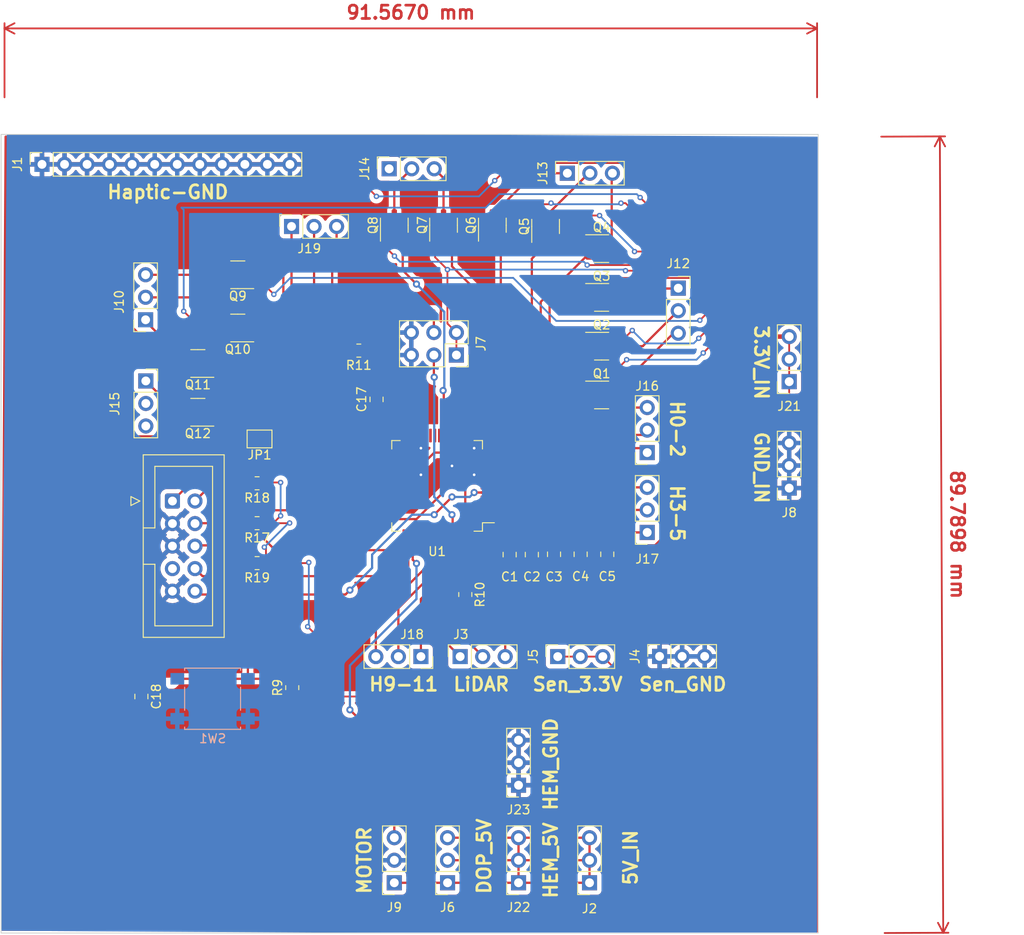
<source format=kicad_pcb>
(kicad_pcb (version 20221018) (generator pcbnew)
  (layers (0 "F.Cu" signal) (31 "B.Cu" signal) (34 "B.Paste" user) (35 "F.Paste" user) (36 "B.SilkS" user "B.Silkscreen") (37 "F.SilkS" user "F.Silkscreen") (38 "B.Mask" user) (39 "F.Mask" user) (44 "Edge.Cuts" user))
  (net 0 "")
  (net 1 "GND")
  (net 2 "+5V")
  (net 3 "+3.3V")
  (net 4 "/Vcap")
  (net 5 "/NRST")
  (net 6 "/I2C1_SCL")
  (net 7 "/I2C1_SDA")
  (net 8 "/Radar_Read")
  (net 9 "BOOT0")
  (net 10 "BOOT1")
  (net 11 "/bigmotor")
  (net 12 "/M10")
  (net 13 "/M9")
  (net 14 "/M8")
  (net 15 "/M2")
  (net 16 "/M1")
  (net 17 "/M0")
  (net 18 "/M5")
  (net 19 "/M4")
  (net 20 "/M3")
  (net 22 "/M7")
  (net 23 "/M6")
  (net 24 "/M11")
  (net 27 "/H4")
  (net 28 "/H8")
  (net 29 "/H7")
  (net 30 "/H10")
  (net 31 "/H5")
  (net 32 "/H6")
  (net 33 "/H0")
  (net 34 "/H9")
  (net 35 "/H11")
  (net 36 "/H3")
  (net 37 "/H2")
  (net 38 "/H1")
  (net 39 "Net-(J20-VTref)")
  (net 40 "/JTMS{slash}SWDIO")
  (net 41 "/JTCK{slash}SWCLK")
  (net 42 "/JTDO{slash}TRACESWO")
  (net 44 "/JTDI")
  (net 45 "/T0")
  (net 46 "/T1")
  (net 47 "/T2")
  (net 48 "/T3")
  (net 49 "/T4")
  (net 50 "/T5")
  (net 51 "/T6")
  (net 52 "/T7")
  (net 53 "/T8")
  (net 54 "/T9")
  (net 55 "/T10")
  (net 56 "/T11")
  (footprint "Connector_PinSocket_2.54mm:PinSocket_1x03_P2.54mm_Vertical" (layer "F.Cu") (at 176 56.96)
    (fp_text reference "J12")
    (fp_text value "Screw_Terminal_01x03")
  )
  (footprint "Connector_PinSocket_2.54mm:PinSocket_1x03_P2.54mm_Vertical" (layer "F.Cu") (at 144 124 180)
    (fp_text reference "J9")
    (fp_text value "Screw_Terminal_01x03")
  )
  (footprint "Resistor_SMD:R_0805_2012Metric_Pad1.20x1.40mm_HandSolder" (layer "F.Cu") (at 128.54 78.96 180)
    (fp_text reference "R18")
    (fp_text value "100k")
  )
  (footprint "Capacitor_SMD:C_0805_2012Metric_Pad1.18x1.45mm_HandSolder" (layer "F.Cu") (at 159.5 87 -90)
    (fp_text reference "C2")
    (fp_text value "100nF")
  )
  (footprint "Resistor_SMD:R_0805_2012Metric_Pad1.20x1.40mm_HandSolder" (layer "F.Cu") (at 128.54 87.96 180)
    (fp_text reference "R19")
    (fp_text value "100k")
  )
  (footprint "Capacitor_SMD:C_0805_2012Metric_Pad1.18x1.45mm_HandSolder" (layer "F.Cu") (at 168 86.9625 -90)
    (fp_text reference "C5")
    (fp_text value "4.7uF")
  )
  (footprint "Package_TO_SOT_SMD:SOT-23-3" (layer "F.Cu") (at 167.3625 52.5)
    (fp_text reference "Q4")
    (fp_text value "NMOS")
  )
  (footprint "Resistor_SMD:R_0805_2012Metric_Pad1.20x1.40mm_HandSolder" (layer "F.Cu") (at 152 91.5 -90)
    (fp_text reference "R10")
    (fp_text value "10k")
  )
  (footprint "Package_TO_SOT_SMD:SOT-23-3" (layer "F.Cu") (at 167.3625 63.5)
    (fp_text reference "Q2")
    (fp_text value "NMOS")
  )
  (footprint "Package_TO_SOT_SMD:SOT-23-3" (layer "F.Cu") (at 121.8625 70.95 180)
    (fp_text reference "Q12")
    (fp_text value "NMOS")
  )
  (footprint "Connector_PinSocket_2.54mm:PinSocket_2x03_P2.54mm_Vertical" (layer "F.Cu") (at 151 64.5 -90)
    (fp_text reference "J7")
    (fp_text value "Conn_02x03_Odd_Even")
  )
  (footprint "Connector_PinSocket_2.54mm:PinSocket_1x03_P2.54mm_Vertical" (layer "F.Cu") (at 172.5 75.5 180)
    (fp_text reference "J16")
    (fp_text value "Screw_Terminal_01x03")
  )
  (footprint "Package_QFP:LQFP-64_10x10mm_P0.5mm" (layer "F.Cu") (at 148.825 79.25 180)
    (fp_text reference "U1")
    (fp_text value "STM32F401RBTx")
  )
  (footprint "Package_TO_SOT_SMD:SOT-23-3" (layer "F.Cu") (at 144 49.8625 90)
    (fp_text reference "Q8")
    (fp_text value "NMOS")
  )
  (footprint "Capacitor_SMD:C_0805_2012Metric_Pad1.18x1.45mm_HandSolder" (layer "F.Cu") (at 162 86.9625 -90)
    (fp_text reference "C3")
    (fp_text value "100nF")
  )
  (footprint "Package_TO_SOT_SMD:SOT-23-3" (layer "F.Cu") (at 126.3625 61.45 180)
    (fp_text reference "Q10")
    (fp_text value "NMOS")
  )
  (footprint "Connector_PinSocket_2.54mm:PinSocket_1x03_P2.54mm_Vertical" (layer "F.Cu") (at 163.5 44 90)
    (fp_text reference "J13")
    (fp_text value "Screw_Terminal_01x03")
  )
  (footprint "Connector_PinSocket_2.54mm:PinSocket_1x03_P2.54mm_Vertical" (layer "F.Cu") (at 188.5 79.5 180)
    (fp_text reference "J8")
    (fp_text value "Screw_Terminal_01x03")
  )
  (footprint "Capacitor_SMD:C_0805_2012Metric_Pad1.18x1.45mm_HandSolder" (layer "F.Cu") (at 142 69.5 90)
    (fp_text reference "C17")
    (fp_text value "2.2uF")
  )
  (footprint "Connector_PinSocket_2.54mm:PinSocket_1x03_P2.54mm_Vertical" (layer "F.Cu") (at 162.42 98.5 90)
    (fp_text reference "J5")
    (fp_text value "Screw_Terminal_01x03")
  )
  (footprint "Package_TO_SOT_SMD:SOT-23-3" (layer "F.Cu") (at 126.3625 55.45 180)
    (fp_text reference "Q9")
    (fp_text value "NMOS")
  )
  (footprint "Jumper:SolderJumper-2_P1.3mm_Open_TrianglePad1.0x1.5mm" (layer "F.Cu") (at 128.815 73.96 180)
    (fp_text reference "JP1")
    (fp_text value "SolderJumper_2_Open")
  )
  (footprint "Connector_PinSocket_2.54mm:PinSocket_1x03_P2.54mm_Vertical" (layer "F.Cu") (at 132.42 50 90)
    (fp_text reference "J19")
    (fp_text value "Screw_Terminal_01x03")
  )
  (footprint "Resistor_SMD:R_0805_2012Metric_Pad1.20x1.40mm_HandSolder" (layer "F.Cu") (at 140 64 180)
    (fp_text reference "R11")
    (fp_text value "10k")
  )
  (footprint "Connector_PinSocket_2.54mm:PinSocket_1x03_P2.54mm_Vertical" (layer "F.Cu") (at 147 98.5 -90)
    (fp_text reference "J18")
    (fp_text value "Screw_Terminal_01x03")
  )
  (footprint "Package_TO_SOT_SMD:SOT-23-3" (layer "F.Cu") (at 121.8625 65.45 180)
    (fp_text reference "Q11")
    (fp_text value "NMOS")
  )
  (footprint "Resistor_SMD:R_0805_2012Metric_Pad1.20x1.40mm_HandSolder" (layer "F.Cu") (at 132.5 102 90)
    (fp_text reference "R9")
    (fp_text value "10k")
  )
  (footprint "Package_TO_SOT_SMD:SOT-23-3" (layer "F.Cu") (at 161.05 50 90)
    (fp_text reference "Q5")
    (fp_text value "NMOS")
  )
  (footprint "Connector_PinSocket_2.54mm:PinSocket_1x12_P2.54mm_Vertical" (layer "F.Cu") (at 104.3 43 90)
    (fp_text reference "J1")
    (fp_text value "Screw_Terminal_01x12")
  )
  (footprint "Capacitor_SMD:C_0805_2012Metric_Pad1.18x1.45mm_HandSolder" (layer "F.Cu") (at 115.5 103 -90)
    (fp_text reference "C18")
    (fp_text value "1uF")
  )
  (footprint "Connector_IDC:IDC-Header_2x05_P2.54mm_Vertical" (layer "F.Cu") (at 119 80.96)
    (fp_text reference "J20" hide)
    (fp_text value "Conn_ARM_JTAG_SWD_10")
  )
  (footprint "Capacitor_SMD:C_0805_2012Metric_Pad1.18x1.45mm_HandSolder" (layer "F.Cu") (at 165 86.9625 -90)
    (fp_text reference "C4")
    (fp_text value "100nF")
  )
  (footprint "Connector_PinSocket_2.54mm:PinSocket_1x03_P2.54mm_Vertical" (layer "F.Cu") (at 172.5 84.5 180)
    (fp_text reference "J17")
    (fp_text value "Screw_Terminal_01x03")
  )
  (footprint "Capacitor_SMD:C_0805_2012Metric_Pad1.18x1.45mm_HandSolder" (layer "F.Cu") (at 157 87 -90)
    (fp_text reference "C1")
    (fp_text value "100nF")
  )
  (footprint "Resistor_SMD:R_0805_2012Metric_Pad1.20x1.40mm_HandSolder" (layer "F.Cu") (at 128.54 83.46 180)
    (fp_text reference "R17")
    (fp_text value "100k")
  )
  (footprint "Package_TO_SOT_SMD:SOT-23-3" (layer "F.Cu") (at 149.55 49.8625 90)
    (fp_text reference "Q7")
    (fp_text value "NMOS")
  )
  (footprint "Connector_PinSocket_2.54mm:PinSocket_1x03_P2.54mm_Vertical" (layer "F.Cu") (at 115.975 60.525 180)
    (fp_text reference "J10")
    (fp_text value "Screw_Terminal_01x03")
  )
  (footprint "Package_TO_SOT_SMD:SOT-23-3" (layer "F.Cu") (at 167.3625 69)
    (fp_text reference "Q1")
    (fp_text value "NMOS")
  )
  (footprint "Package_TO_SOT_SMD:SOT-23-3" (layer "F.Cu") (at 167.3625 58)
    (fp_text reference "Q3")
    (fp_text value "NMOS")
  )
  (footprint "Connector_PinSocket_2.54mm:PinSocket_1x03_P2.54mm_Vertical" (layer "F.Cu") (at 158 113 180)
    (fp_text reference "J23")
    (fp_text value "Screw_Terminal_01x03")
  )
  (footprint "Connector_PinSocket_2.54mm:PinSocket_1x03_P2.54mm_Vertical" (layer "F.Cu") (at 166 124 180)
    (fp_text reference "J2")
    (fp_text value "Screw_Terminal_01x03")
  )
  (footprint "Connector_PinSocket_2.54mm:PinSocket_1x03_P2.54mm_Vertical" (layer "F.Cu") (at 116 67.42)
    (fp_text reference "J15")
    (fp_text value "Screw_Terminal_01x03")
  )
  (footprint "Connector_PinSocket_2.54mm:PinSocket_1x03_P2.54mm_Vertical" (layer "F.Cu") (at 143.42 43.5 90)
    (fp_text reference "J14")
    (fp_text value "Screw_Terminal_01x03")
  )
  (footprint "Connector_PinSocket_2.54mm:PinSocket_1x03_P2.54mm_Vertical" (layer "F.Cu") (at 150 124 180)
    (fp_text reference "J6")
    (fp_text value "Screw_Terminal_01x03")
  )
  (footprint "Connector_PinSocket_2.54mm:PinSocket_1x03_P2.54mm_Vertical" (layer "F.Cu") (at 173.895 98.475 90)
    (fp_text reference "J4")
    (fp_text value "Screw_Terminal_01x03")
  )
  (footprint "Package_TO_SOT_SMD:SOT-23-3" (layer "F.Cu") (at 155.05 49.8625 90)
    (fp_text reference "Q6")
    (fp_text value "NMOS")
  )
  (footprint "Connector_PinSocket_2.54mm:PinSocket_1x03_P2.54mm_Vertical" (layer "F.Cu") (at 188.5 67.5 180)
    (fp_text reference "J21")
    (fp_text value "Screw_Terminal_01x03")
  )
  (footprint "Connector_PinSocket_2.54mm:PinSocket_1x03_P2.54mm_Vertical" (layer "F.Cu") (at 158 124 180)
    (fp_text reference "J22")
    (fp_text value "Screw_Terminal_01x03")
  )
  (footprint "Connector_PinSocket_2.54mm:PinSocket_1x03_P2.54mm_Vertical" (layer "F.Cu") (at 151.42 98.5 90)
    (fp_text reference "J3")
    (fp_text value "Screw_Terminal_01x03")
  )
  (footprint "Button_Switch_SMD:SW_SPST_B3S-1000" (layer "B.Cu") (at 123.525 103.25)
    (fp_text reference "SW1")
    (fp_text value "SW_Push")
  )
  (gr_rect (start 99.695 39.624) (end 191.77 129.667) (stroke (width 0.1)) (fill none) (layer "Edge.Cuts"))
  (gr_text "H9-11" (at 141 102.5) (layer "F.SilkS") (effects (font (size 1.5 1.5) (thickness 0.3) bold) (justify left bottom)))
  (gr_text "Haptic-GND" (at 111.5 47) (layer "F.SilkS") (effects (font (size 1.5 1.5) (thickness 0.3) bold) (justify left bottom)))
  (gr_text "H3-5" (at 175 79 -90) (layer "F.SilkS") (effects (font (size 1.5 1.5) (thickness 0.3) bold) (justify left bottom)))
  (gr_text "Sen_GND" (at 171.42 102.5) (layer "F.SilkS") (effects (font (size 1.5 1.5) (thickness 0.3) bold) (justify left bottom)))
  (gr_text "DOP_5V\n" (at 155 125.42 90) (layer "F.SilkS") (effects (font (size 1.5 1.5) (thickness 0.3) bold) (justify left bottom)))
  (gr_text "GND_IN" (at 184.5 73 -90) (layer "F.SilkS") (effects (font (size 1.5 1.5) (thickness 0.3) bold) (justify left bottom)))
  (gr_text "H0-2" (at 175 69.5 -90) (layer "F.SilkS") (effects (font (size 1.5 1.5) (thickness 0.3) bold) (justify left bottom)))
  (gr_text "LiDAR" (at 150.5 102.5) (layer "F.SilkS") (effects (font (size 1.5 1.5) (thickness 0.3) bold) (justify left bottom)))
  (gr_text "3.3V_IN\n" (at 184.5 61 -90) (layer "F.SilkS") (effects (font (size 1.5 1.5) (thickness 0.3) bold) (justify left bottom)))
  (gr_text "MOTOR" (at 141.5 125.42 90) (layer "F.SilkS") (effects (font (size 1.5 1.5) (thickness 0.3) bold) (justify left bottom)))
  (gr_text "5V_IN" (at 171.5 124.42 90) (layer "F.SilkS") (effects (font (size 1.5 1.5) (thickness 0.3) bold) (justify left bottom)))
  (gr_text "HEM_5V" (at 162.5 125.92 90) (layer "F.SilkS") (effects (font (size 1.5 1.5) (thickness 0.3) bold) (justify left bottom)))
  (gr_text "HEM_GND" (at 162.5 116 90) (layer "F.SilkS") (effects (font (size 1.5 1.5) (thickness 0.3) bold) (justify left bottom)))
  (gr_text "Sen_3.3V" (at 159.42 102.5) (layer "F.SilkS") (effects (font (size 1.5 1.5) (thickness 0.3) bold) (justify left bottom)))
  (dimension (type aligned) (layer "F.Cu") (pts (xy 198.374 39.878) (xy 198.755 129.667)) (height -7.103454) (gr_text "89.7898 mm" (at 207.467874 84.73472 270.2431207) (layer "F.Cu") (effects (font (size 1.5 1.5) (thickness 0.3)))) (format (prefix "") (suffix "") (units 3) (units_format 1) (precision 4)) (style (thickness 0.2) (arrow_length 1.27) (text_position_mode 0) (extension_height 0.58642) (extension_offset 0.5) keep_text_aligned))
  (dimension (type aligned) (layer "F.Cu") (pts (xy 100.076 35.941) (xy 191.643 35.941)) (height -8.26788) (gr_text "91.5670 mm" (at 145.8595 25.87312) (layer "F.Cu") (effects (font (size 1.5 1.5) (thickness 0.3)))) (format (prefix "") (suffix "") (units 3) (units_format 1) (precision 4)) (style (thickness 0.2) (arrow_length 1.27) (text_position_mode 0) (extension_height 0.58642) (extension_offset 0.5) keep_text_aligned))
  (segment (start 147 78.5) (end 149 78.5) (width 0.25) (layer "F.Cu") (net 1))
  (segment (start 152.075 74.417764) (end 152.657236 75) (width 0.25) (layer "F.Cu") (net 1))
  (segment (start 118.0875 104.0375) (end 119.55 105.5) (width 0.25) (layer "F.Cu") (net 1))
  (segment (start 146.157236 75) (end 147 75) (width 0.25) (layer "F.Cu") (net 1))
  (segment (start 145.575 74.417764) (end 146.157236 75) (width 0.25) (layer "F.Cu") (net 1))
  (segment (start 152.657236 75) (end 153 75) (width 0.25) (layer "F.Cu") (net 1))
  (segment (start 152.075 84.925) (end 152.075 85.767764) (width 0.25) (layer "F.Cu") (net 1))
  (segment (start 147 79.492764) (end 147 78.5) (width 0.25) (layer "F.Cu") (net 1))
  (segment (start 154.344736 88.0375) (end 157 88.0375) (width 0.25) (layer "F.Cu") (net 1))
  (segment (start 152.075 73.575) (end 152.075 74.417764) (width 0.25) (layer "F.Cu") (net 1))
  (segment (start 149 78.5) (end 150.5 77) (width 0.25) (layer "F.Cu") (net 1))
  (segment (start 143.15 82.5) (end 143.992764 82.5) (width 0.25) (layer "F.Cu") (net 1))
  (segment (start 147 78.5) (end 147 78) (width 0.25) (layer "F.Cu") (net 1))
  (segment (start 154.5 77.5) (end 153.5 77.5) (width 0.25) (layer "F.Cu") (net 1))
  (segment (start 152.075 85.767764) (end 154.344736 88.0375) (width 0.25) (layer "F.Cu") (net 1))
  (segment (start 145.575 73.575) (end 145.575 74.417764) (width 0.25) (layer "F.Cu") (net 1))
  (segment (start 143.992764 82.5) (end 147 79.492764) (width 0.25) (layer "F.Cu") (net 1))
  (segment (start 153.5 77.5) (end 153 78) (width 0.25) (layer "F.Cu") (net 1))
  (segment (start 115.5 104.0375) (end 118.0875 104.0375) (width 0.25) (layer "F.Cu") (net 1))
  (via (at 147 78) (size 0.5) (drill 0.3) (layers "F.Cu" "B.Cu") (net 1))
  (via (at 153 78) (size 0.5) (drill 0.3) (layers "F.Cu" "B.Cu") (net 1))
  (via (at 150.5 77) (size 0.5) (drill 0.3) (layers "F.Cu" "B.Cu") (net 1))
  (via (at 153 75) (size 0.5) (drill 0.3) (layers "F.Cu" "B.Cu") (net 1))
  (via (at 147 75) (size 0.5) (drill 0.3) (layers "F.Cu" "B.Cu") (net 1))
  (segment (start 147 78) (end 147 75) (width 0.25) (layer "B.Cu") (net 1))
  (segment (start 151.5 76) (end 153 77.5) (width 0.25) (layer "B.Cu") (net 1))
  (segment (start 150.5 77) (end 151.5 76) (width 0.25) (layer "B.Cu") (net 1))
  (segment (start 151.5 76) (end 152.5 75) (width 0.25) (layer "B.Cu") (net 1))
  (segment (start 153 77.5) (end 153 78) (width 0.25) (layer "B.Cu") (net 1))
  (segment (start 152.5 75) (end 153 75) (width 0.25) (layer "B.Cu") (net 1))
  (segment (start 158 121.46) (end 158 118.92) (width 0.25) (layer "F.Cu") (net 2))
  (segment (start 158 124) (end 158 121.46) (width 0.25) (layer "F.Cu") (net 2))
  (segment (start 158 118.92) (end 150 118.92) (width 0.25) (layer "F.Cu") (net 2))
  (segment (start 166 121.46) (end 166 118.92) (width 0.25) (layer "F.Cu") (net 2))
  (segment (start 150 124) (end 144 124) (width 0.25) (layer "F.Cu") (net 2))
  (segment (start 166 124) (end 158 124) (width 0.25) (layer "F.Cu") (net 2))
  (segment (start 166 118.92) (end 158 118.92) (width 0.25) (layer "F.Cu") (net 2))
  (segment (start 166 121.46) (end 158 121.46) (width 0.25) (layer "F.Cu") (net 2))
  (segment (start 158 124) (end 150 124) (width 0.25) (layer "F.Cu") (net 2))
  (segment (start 158 121.46) (end 150 121.46) (width 0.25) (layer "F.Cu") (net 2))
  (segment (start 166 124) (end 166 121.46) (width 0.25) (layer "F.Cu") (net 2))
  (segment (start 184.023 54.483) (end 184.023 53.721) (width 0.5) (layer "F.Cu") (net 3))
  (segment (start 167.154 68.05) (end 170.18 65.024) (width 0.2) (layer "F.Cu") (net 3))
  (segment (start 152 75.5) (end 153.5 77) (width 0.25) (layer "F.Cu") (net 3))
  (segment (start 149.987 54.864) (end 149.987 60.947) (width 0.2) (layer "F.Cu") (net 3))
  (segment (start 181.356 103.759) (end 180.597 103) (width 0.2) (layer "F.Cu") (net 3))
  (segment (start 151.575 74.925) (end 151.575 73.575) (width 0.25) (layer "F.Cu") (net 3))
  (segment (start 179.3705 79.9295) (end 173.375 85.925) (width 0.2) (layer "F.Cu") (net 3))
  (segment (start 168.396 53.721) (end 184.023 53.721) (width 0.2) (layer "F.Cu") (net 3))
  (segment (start 166.225 62.55) (end 169.987 62.55) (width 0.2) (layer "F.Cu") (net 3))
  (segment (start 166.225 57.05) (end 167.465 55.81) (width 0.2) (layer "F.Cu") (net 3))
  (segment (start 146.5 75.5) (end 147.5 76.5) (width 0.25) (layer "F.Cu") (net 3))
  (segment (start 178.308 62.611) (end 183.261 57.658) (width 0.2) (layer "F.Cu") (net 3))
  (segment (start 184.023 60.198) (end 184.023 57.658) (width 0.5) (layer "F.Cu") (net 3))
  (segment (start 184.023 61.595) (end 184.023 60.198) (width 0.5) (layer "F.Cu") (net 3))
  (segment (start 151.492764 83) (end 152.575 84.082236) (width 0.25) (layer "F.Cu") (net 3))
  (segment (start 129.633 78.867) (end 129.54 78.96) (width 0.2) (layer "F.Cu") (net 3))
  (segment (start 157 85.9625) (end 153.6125 85.9625) (width 0.25) (layer "F.Cu") (net 3))
  (segment (start 112.141 45.085) (end 137.922 45.085) (width 0.2) (layer "F.Cu") (net 3))
  (segment (start 153.6125 85.9625) (end 152.575 84.925) (width 0.25) (layer "F.Cu") (net 3))
  (segment (start 132.207 83.439) (end 132.186 83.46) (width 0.2) (layer "F.Cu") (net 3))
  (segment (start 151 75.5) (end 152 75.5) (width 0.25) (layer "F.Cu") (net 3))
  (segment (start 162 85.925) (end 165 85.925) (width 0.25) (layer "F.Cu") (net 3))
  (segment (start 129.54 86.343884) (end 129.357558 86.161442) (width 0.2) (layer "F.Cu") (net 3))
  (segment (start 114.427 45.974) (end 141.351 45.974) (width 0.2) (layer "F.Cu") (net 3))
  (segment (start 184.023 50.673) (end 184.023 49.911) (width 0.5) (layer "F.Cu") (net 3))
  (segment (start 184.023 56.642) (end 184.023 55.499) (width 0.5) (layer "F.Cu") (net 3))
  (segment (start 173.375 85.925) (end 168 85.925) (width 0.2) (layer "F.Cu") (net 3))
  (segment (start 178.816 64.262) (end 182.88 60.198) (width 0.2) (layer "F.Cu") (net 3))
  (segment (start 157 85.9625) (end 159.5 85.9625) (width 0.25) (layer "F.Cu") (net 3))
  (segment (start 155.321 44.831) (end 157.302 42.85) (width 0.2) (layer "F.Cu") (net 3))
  (segment (start 184.023 49.911) (end 184.023 49.022) (width 0.2) (layer "F.Cu") (net 3))
  (segment (start 151 61.96) (end 151 64.5) (width 0.2) (layer "F.Cu") (net 3))
  (segment (start 131.191 78.867) (end 129.633 78.867) (width 0.2) (layer "F.Cu") (net 3))
  (segment (start 160.1 51.1375) (end 162.4695 48.768) (width 0.2) (layer "F.Cu") (net 3))
  (segment (start 151.492764 83) (end 152 82.492764) (width 0.25) (layer "F.Cu") (net 3))
  (segment (start 142.113 40.894) (end 171.323 40.894) (width 0.2) (layer "F.Cu") (net 3))
  (segment (start 144.018 53.34) (end 143.05 52.372) (width 0.2) (layer "F.Cu") (net 3))
  (segment (start 169.987 62.55) (end 170.815 61.722) (width 0.2) (layer "F.Cu") (net 3))
  (segment (start 171.069 102.069) (end 167.5 98.5) (width 0.2) (layer "F.Cu") (net 3))
  (segment (start 137.922 45.085) (end 142.113 40.894) (width 0.2) (layer "F.Cu") (net 3))
  (segment (start 184.848 62.42) (end 184.023 61.595) (width 0.5) (layer "F.Cu") (net 3))
  (segment (start 151 75.5) (end 151.575 74.925) (width 0.25) (layer "F.Cu") (net 3))
  (segment (start 183.896 54.356) (end 184.023 54.483) (width 0.2) (layer "F.Cu") (net 3))
  (segment (start 182.88 60.198) (end 184.023 60.198) (width 0.2) (layer "F.Cu") (net 3))
  (segment (start 121.25 73.65) (end 114.29 73.65) (width 0.2) (layer "F.Cu") (net 3))
  (segment (start 129.54 83.46) (end 130.356 83.46) (width 0.2) (layer "F.Cu") (net 3))
  (segment (start 184.023 52.832) (end 184.023 51.689) (width 0.5) (layer "F.Cu") (net 3))
  (segment (start 165.735 54.356) (end 183.896 54.356) (width 0.2) (layer "F.Cu") (net 3))
  (segment (start 152 82.492764) (end 152 75.5) (width 0.25) (layer "F.Cu") (net 3))
  (segment (start 111.252 70.612) (end 111.252 45.974) (width 0.2) (layer "F.Cu") (net 3))
  (segment (start 188.5 62.42) (end 184.848 62.42) (width 0.5) (layer "F.Cu") (net 3))
  (segment (start 174.371 51.689) (end 184.023 51.689) (width 0.2) (layer "F.Cu") (net 3))
  (segment (start 134.29 87.96) (end 129.54 87.96) (width 0.2) (layer "F.Cu") (net 3))
  (segment (start 129.54 87.96) (end 129.54 86.343884) (width 0.2) (layer "F.Cu") (net 3))
  (segment (start 171.323 40.894) (end 179.451 49.022) (width 0.2) (layer "F.Cu") (net 3))
  (segment (start 161.9625 85.9625) (end 162 85.925) (width 0.25) (layer "F.Cu") (net 3))
  (segment (start 170 103) (end 136.398 103) (width 0.2) (layer "F.Cu") (net 3))
  (segment (start 123 71.9) (end 121.25 73.65) (width 0.2) (layer "F.Cu") (net 3))
  (segment (start 148.6 51) (end 148.6 53.477) (width 0.2) (layer "F.Cu") (net 3))
  (segment (start 157.602 47.498) (end 154.1 51) (width 0.2) (layer "F.Cu") (net 3))
  (segment (start 166.225 68.05) (end 167.154 68.05) (width 0.2) (layer "F.Cu") (net 3))
  (segment (start 111.252 45.974) (end 112.141 45.085) (width 0.2) (layer "F.Cu") (net 3))
  (segment (start 119.55 66.4) (end 114.427 61.277) (width 0.2) (layer "F.Cu") (net 3))
  (segment (start 171.069 103) (end 171.069 102.069) (width 0.2) (layer "F.Cu") (net 3))
  (segment (start 157 85.5) (end 154.5 83) (width 0.25) (layer "F.Cu") (net 3))
  (segment (start 167.465 55.81) (end 183.712 55.81) (width 0.2) (layer "F.Cu") (net 3))
  (segment (start 146 75.5) (end 146.5 75.5) (width 0.25) (layer "F.Cu") (net 3))
  (segment (start 169.545 47.371) (end 170.053 47.371) (width 0.2) (layer "F.Cu") (net 3))
  (segment (start 132.186 83.46) (end 129.54 83.46) (width 0.2) (layer "F.Cu") (net 3))
  (segment (start 182.372 56.642) (end 184.023 56.642) (width 0.2) (layer "F.Cu") (net 3))
  (segment (start 188.5 70.8) (end 179.3705 79.9295) (width 0.2) (layer "F.Cu") (net 3))
  (segment (start 114.29 73.65) (end 111.252 70.612) (width 0.2) (layer "F.Cu") (net 3))
  (segment (start 165 85.925) (end 168 85.925) (width 0.25) (layer "F.Cu") (net 3))
  (segment (start 170.053 54.991) (end 184.023 54.991) (width 0.2) (layer "F.Cu") (net 3))
  (segment (start 114.427 61.277) (end 114.427 45.974) (width 0.2) (layer "F.Cu") (net 3))
  (segment (start 184.023 57.658) (end 184.023 56.642) (width 0.5) (layer "F.Cu") (net 3))
  (segment (start 134.366 87.884) (end 134.29 87.96) (width 0.2) (layer "F.Cu") (net 3))
  (segment (start 179.451 49.022) (end 184.023 49.022) (width 0.2) (layer "F.Cu") (net 3))
  (segment (start 184.023 55.499) (end 184.023 54.991) (width 0.5) (layer "F.Cu") (net 3))
  (segment (start 184.023 53.721) (end 184.023 52.832) (width 0.5) (layer "F.Cu") (net 3))
  (segment (start 188.5 67.5) (end 188.5 64.96) (width 0.2) (layer "F.Cu") (net 3))
  (segment (start 130.356 83.46) (end 131.191 82.625) (width 0.2) (layer "F.Cu") (net 3))
  (segment (start 161.664308 47.364308) (end 161.530616 47.498) (width 0.2) (layer "F.Cu") (net 3))
  (segment (start 153.5 77) (end 154.5 77) (width 0.25) (layer "F.Cu") (net 3))
  (segment (start 180.597 103) (end 171.069 103) (width 0.2) (layer "F.Cu") (net 3))
  (segment (start 162.4695 48.768) (end 167.132 48.768) (width 0.2) (layer "F.Cu") (net 3))
  (segment (start 136.398 103) (end 136.398 97.282) (width 0.2) (layer "F.Cu") (net 3))
  (segment (start 188.5 67.5) (end 188.5 70.8) (width 0.2) (layer "F.Cu") (net 3))
  (segment (start 136.398 97.282) (end 134.239 95.123) (width 0.2) (layer "F.Cu") (net 3))
  (segment (start 123 66.4) (end 119.55 66.4) (width 0.2) (layer "F.Cu") (net 3))
  (segment (start 179.3705 79.9295) (end 181.356 81.915) (width 0.2) (layer "F.Cu") (net 3))
  (segment (start 161.530616 47.498) (end 157.602 47.498) (width 0.2) (layer "F.Cu") (net 3))
  (segment (start 170.053 47.371) (end 174.371 51.689) (width 0.2) (layer "F.Cu") (net 3))
  (segment (start 175.641 50.673) (end 184.023 50.673) (width 0.2) (layer "F.Cu") (net 3))
  (segment (start 170.612 42.85) (end 177.673 49.911) (width 0.2) (layer "F.Cu") (net 3))
  (segment (start 148.5 75.5) (end 151 75.5) (width 0.25) (layer "F.Cu") (net 3))
  (segment (start 167.5 98.5) (end 162.42 98.5) (width 0.2) (layer "F.Cu") (net 3))
  (segment (start 188.5 64.96) (end 188.5 62.42) (width 0.2) (layer "F.Cu") (net 3))
  (segment (start 181.356 81.915) (end 181.356 103.759) (width 0.2) (layer "F.Cu") (net 3))
  (segment (start 146.5 83) (end 152 77.5) (width 0.25) (layer "F.Cu") (net 3))
  (segment (start 127.5 62.4) (end 123.106 62.4) (width 0.2) (layer "F.Cu") (net 3))
  (segment (start 129.171 56.4) (end 130.429 57.658) (width 0.2) (layer "F.Cu") (net 3))
  (segment (start 149.987 60.947) (end 151 61.96) (width 0.2) (layer "F.Cu") (net 3))
  (segment (start 184.023 51.689) (end 184.023 50.673) (width 0.5) (layer "F.Cu") (net 3))
  (segment (start 171.069 52.832) (end 184.023 52.832) (width 0.2) (layer "F.Cu") (net 3))
  (segment (start 143.15 83) (end 146.5 83) (width 0.25) (layer "F.Cu") (net 3))
  (segment (start 178.435 60.579) (end 182.372 56.642) (width 0.2) (layer "F.Cu") (net 3))
  (segment (start 127.5 56.4) (end 129.171 56.4) (width 0.2) (layer "F.Cu") (net 3))
  (segment (start 129.54 78.96) (end 129.54 73.96) (width 0.2) (layer "F.Cu") (net 3))
  (segment (start 148.6 53.477) (end 149.987 54.864) (width 0.2) (layer "F.Cu") (net 3))
  (segment (start 171.069 103) (end 170 103) (width 0.2) (layer "F.Cu") (net 3))
  (segment (start 184.023 54.991) (end 184.023 54.483) (width 0.5) (layer "F.Cu") (net 3))
  (segment (start 157.302 42.85) (end 170.612 42.85) (width 0.2) (layer "F.Cu") (net 3))
  (segment (start 183.712 55.81) (end 184.023 55.499) (width 0.2) (layer "F.Cu") (net 3))
  (segment (start 123.106 62.4) (end 120.269 59.563) (width 0.2) (layer "F.Cu") (net 3))
  (segment (start 147.5 76.5) (end 148.5 75.5) (width 0.25) (layer "F.Cu") (net 3))
  (segment (start 141.351 45.974) (end 141.986 46.609) (width 0.2) (layer "F.Cu") (net 3))
  (segment (start 143.05 52.372) (end 143.05 51) (width 0.2) (layer "F.Cu") (net 3))
  (segment (start 145.075 74.575) (end 146 75.5) (width 0.25) (layer "F.Cu") (net 3))
  (segment (start 177.673 49.911) (end 184.023 49.911) (width 0.2) (layer "F.Cu") (net 3))
  (segment (start 183.261 57.658) (end 184.023 57.658) (width 0.2) (layer "F.Cu") (net 3))
  (segment (start 166.225 51.55) (end 168.396 53.721) (width 0.2) (layer "F.Cu") (net 3))
  (segment (start 159.5 85.9625) (end 161.9625 85.9625) (width 0.25) (layer "F.Cu") (net 3))
  (segment (start 171.704 46.736) (end 175.641 50.673) (width 0.2) (layer "F.Cu") (net 3))
  (segment (start 136.398 103) (end 132.5 103) (width 0.2) (layer "F.Cu") (net 3))
  (segment (start 145.075 73.575) (end 145.075 74.575) (width 0.25) (layer "F.Cu") (net 3))
  (segment (start 157 85.9625) (end 157 85.5) (width 0.25) (layer "F.Cu") (net 3))
  (segment (start 152.575 84.082236) (end 152.575 84.925) (width 0.25) (layer "F.Cu") (net 3))
  (via (at 131.191 82.625) (size 0.6) (drill 0.3) (layers "F.Cu" "B.Cu") (net 3))
  (via (at 155.321 44.831) (size 0.6) (drill 0.3) (layers "F.Cu" "B.Cu") (net 3))
  (via (at 171.704 46.736) (size 0.6) (drill 0.3) (layers "F.Cu" "B.Cu") (net 3))
  (via (at 170.815 61.722) (size 0.6) (drill 0.3) (layers "F.Cu" "B.Cu") (net 3))
  (via (at 149.987 54.864) (size 0.6) (drill 0.3) (layers "F.Cu" "B.Cu") (net 3))
  (via (at 129.357558 86.161442) (size 0.6) (drill 0.3) (layers "F.Cu" "B.Cu") (net 3))
  (via (at 178.308 62.611) (size 0.6) (drill 0.3) (layers "F.Cu" "B.Cu") (net 3))
  (via (at 141.986 46.609) (size 0.6) (drill 0.3) (layers "F.Cu" "B.Cu") (net 3))
  (via (at 178.816 64.262) (size 0.6) (drill 0.3) (layers "F.Cu" "B.Cu") (net 3))
  (via (at 167.132 48.768) (size 0.6) (drill 0.3) (layers "F.Cu" "B.Cu") (net 3))
  (via (at 134.239 95.123) (size 0.6) (drill 0.3) (layers "F.Cu" "B.Cu") (net 3))
  (via (at 130.429 57.658) (size 0.6) (drill 0.3) (layers "F.Cu" "B.Cu") (net 3))
  (via (at 134.366 87.884) (size 0.6) (drill 0.3) (layers "F.Cu" "B.Cu") (net 3))
  (via (at 171.069 52.832) (size 0.6) (drill 0.3) (layers "F.Cu" "B.Cu") (net 3))
  (via (at 178.435 60.579) (size 0.6) (drill 0.3) (layers "F.Cu" "B.Cu") (net 3))
  (via (at 131.191 78.867) (size 0.6) (drill 0.3) (layers "F.Cu" "B.Cu") (net 3))
  (via (at 144.018 53.34) (size 0.6) (drill 0.3) (layers "F.Cu" "B.Cu") (net 3))
  (via (at 120.269 59.563) (size 0.6) (drill 0.3) (layers "F.Cu" "B.Cu") (net 3))
  (via (at 132.207 83.439) (size 0.6) (drill 0.3) (layers "F.Cu" "B.Cu") (net 3))
  (via (at 170.18 65.024) (size 0.6) (drill 0.3) (layers "F.Cu" "B.Cu") (net 3))
  (via (at 165.735 54.356) (size 0.6) (drill 0.3) (layers "F.Cu" "B.Cu") (net 3))
  (via (at 161.664308 47.364308) (size 0.6) (drill 0.3) (layers "F.Cu" "B.Cu") (net 3))
  (via (at 169.545 47.371) (size 0.6) (drill 0.3) (layers "F.Cu" "B.Cu") (net 3))
  (via (at 170.053 54.991) (size 0.6) (drill 0.3) (layers "F.Cu" "B.Cu") (net 3))
  (segment (start 144.018 53.34) (end 144.653 53.975) (width 0.2) (layer "B.Cu") (net 3))
  (segment (start 178.054 65.024) (end 178.816 64.262) (width 0.2) (layer "B.Cu") (net 3))
  (segment (start 149.987 54.864) (end 169.926 54.864) (width 0.2) (layer "B.Cu") (net 3))
  (segment (start 169.418 47.498) (end 161.798 47.498) (width 0.2) (layer "B.Cu") (net 3))
  (segment (start 177.729 63.19) (end 178.308 62.611) (width 0.2) (layer "B.Cu") (net 3))
  (segment (start 130.429 57.658) (end 132.287 55.8) (width 0.2) (layer "B.Cu") (net 3))
  (segment (start 171.323 46.355) (end 171.704 46.736) (width 0.2) (layer "B.Cu") (net 3))
  (segment (start 120.015 47.879) (end 154.305 47.879) (width 0.2) (layer "B.Cu") (net 3))
  (segment (start 120.269 59.563) (end 120.269 48.133) (width 0.2) (layer "B.Cu") (net 3))
  (segment (start 132.287 55.8) (end 157.4 55.8) (width 0.2) (layer "B.Cu") (net 3))
  (segment (start 131.191 82.625) (end 131.191 78.867) (width 0.2) (layer "B.Cu") (net 3))
  (segment (start 134.239 95.123) (end 134.366 94.996) (width 0.2) (layer "B.Cu") (net 3))
  (segment (start 132.08 83.439) (end 132.207 83.439) (width 0.2) (layer "B.Cu") (net 3))
  (segment (start 161.798 47.498) (end 161.664308 47.364308) (width 0.2) (layer "B.Cu") (net 3))
  (segment (start 169.926 54.864) (end 170.053 54.991) (width 0.2) (layer "B.Cu") (net 3))
  (segment (start 157.4 55.8) (end 162.052 60.452) (width 0.2) (layer "B.Cu") (net 3))
  (segment (start 155.829 46.355) (end 171.323 46.355) (width 0.2) (layer "B.Cu") (net 3))
  (segment (start 154.305 47.879) (end 155.829 46.355) (width 0.2) (layer "B.Cu") (net 3))
  (segment (start 162.25 60.65) (end 178.364 60.65) (width 0.2) (layer "B.Cu") (net 3))
  (segment (start 165.354 53.975) (end 165.735 54.356) (width 0.2) (layer "B.Cu") (net 3))
  (segment (start 171.069 52.705) (end 171.069 52.832) (width 0.2) (layer "B.Cu") (net 3))
  (segment (start 170.18 65.024) (end 178.054 65.024) (width 0.2) (layer "B.Cu") (net 3))
  (segment (start 167.132 48.768) (end 171.069 52.705) (width 0.2) (layer "B.Cu") (net 3))
  (segment (start 141.986 46.609) (end 153.543 46.609) (width 0.2) (layer "B.Cu") (net 3))
  (segment (start 169.545 47.371) (end 169.418 47.498) (width 0.2) (layer "B.Cu") (net 3))
  (segment (start 172.283 63.19) (end 177.729 63.19) (width 0.2) (layer "B.Cu") (net 3))
  (segment (start 144.653 53.975) (end 165.354 53.975) (width 0.2) (layer "B.Cu") (net 3))
  (segment (start 120.269 48.133) (end 120.015 47.879) (width 0.2) (layer "B.Cu") (net 3))
  (segment (start 170.815 61.722) (end 172.283 63.19) (width 0.2) (layer "B.Cu") (net 3))
  (segment (start 178.364 60.65) (end 178.435 60.579) (width 0.2) (layer "B.Cu") (net 3))
  (segment (start 162.052 60.452) (end 162.25 60.65) (width 0.2) (layer "B.Cu") (net 3))
  (segment (start 134.366 94.996) (end 134.366 87.884) (width 0.2) (layer "B.Cu") (net 3))
  (segment (start 153.543 46.609) (end 155.321 44.831) (width 0.2) (layer "B.Cu") (net 3))
  (segment (start 129.357558 86.161442) (end 132.08 83.439) (width 0.2) (layer "B.Cu") (net 3))
  (segment (start 146.075 70.5375) (end 142 70.5375) (width 0.25) (layer "F.Cu") (net 4))
  (segment (start 146.075 73.575) (end 146.075 70.5375) (width 0.25) (layer "F.Cu") (net 4))
  (segment (start 127.5 101) (end 132.5 101) (width 0.25) (layer "F.Cu") (net 5))
  (segment (start 119.5 101) (end 127.5 101) (width 0.25) (layer "F.Cu") (net 5))
  (segment (start 138.5 91.5) (end 139 91) (width 0.25) (layer "F.Cu") (net 5))
  (segment (start 127.5 91.5) (end 138.5 91.5) (width 0.25) (layer "F.Cu") (net 5))
  (segment (start 127.5 91.5) (end 127.5 101) (width 0.25) (layer "F.Cu") (net 5))
  (segment (start 153 80) (end 154.5 80) (width 0.25) (layer "F.Cu") (net 5))
  (segment (start 148.5 82.5) (end 150.5 80.5) (width 0.25) (layer "F.Cu") (net 5))
  (segment (start 115.5 101.9625) (end 117.5375 101.9625) (width 0.25) (layer "F.Cu") (net 5))
  (segment (start 121.54 91.12) (end 121.92 91.5) (width 0.25) (layer "F.Cu") (net 5))
  (segment (start 121.92 91.5) (end 127.5 91.5) (width 0.25) (layer "F.Cu") (net 5))
  (via (at 150.5 80.5) (size 0.8) (drill 0.4) (layers "F.Cu" "B.Cu") (net 5))
  (via (at 148.5 82.5) (size 0.8) (drill 0.4) (layers "F.Cu" "B.Cu") (net 5))
  (via (at 153 80) (size 0.8) (drill 0.4) (layers "F.Cu" "B.Cu") (net 5))
  (via (at 139 91) (size 0.8) (drill 0.4) (layers "F.Cu" "B.Cu") (net 5))
  (segment (start 139 91) (end 141.5 88.5) (width 0.25) (layer "B.Cu") (net 5))
  (segment (start 150.5 80.5) (end 152.5 80.5) (width 0.25) (layer "B.Cu") (net 5))
  (segment (start 141.5 88.5) (end 141.5 87) (width 0.25) (layer "B.Cu") (net 5))
  (segment (start 146 82.5) (end 148.5 82.5) (width 0.25) (layer "B.Cu") (net 5))
  (segment (start 152.5 80.5) (end 153 80) (width 0.25) (layer "B.Cu") (net 5))
  (segment (start 141.5 87) (end 146 82.5) (width 0.25) (layer "B.Cu") (net 5))
  (segment (start 149.575 96.655) (end 151.42 98.5) (width 0.25) (layer "F.Cu") (net 6))
  (segment (start 149.575 84.925) (end 149.575 96.655) (width 0.25) (layer "F.Cu") (net 6))
  (segment (start 150.075 94.575) (end 153.96 98.46) (width 0.25) (layer "F.Cu") (net 7))
  (segment (start 153.96 98.46) (end 153.96 98.5) (width 0.25) (layer "F.Cu") (net 7))
  (segment (start 150.075 84.925) (end 150.075 94.575) (width 0.25) (layer "F.Cu") (net 7))
  (segment (start 151.075 86.075) (end 156.5 91.5) (width 0.25) (layer "F.Cu") (net 8))
  (segment (start 156.5 91.5) (end 156.5 98.5) (width 0.25) (layer "F.Cu") (net 8))
  (segment (start 151.075 84.925) (end 151.075 86.075) (width 0.25) (layer "F.Cu") (net 8))
  (segment (start 150.575 82.575) (end 150.575 84.925) (width 0.25) (layer "F.Cu") (net 9))
  (segment (start 152 89) (end 152 90.5) (width 0.25) (layer "F.Cu") (net 9))
  (segment (start 150.5 82.5) (end 150.575 82.575) (width 0.25) (layer "F.Cu") (net 9))
  (segment (start 148.46 66.96) (end 148.5 67) (width 0.25) (layer "F.Cu") (net 9))
  (segment (start 148.46 64.5) (end 148.46 66.96) (width 0.25) (layer "F.Cu") (net 9))
  (segment (start 150.575 84.925) (end 150.575 87.575) (width 0.25) (layer "F.Cu") (net 9))
  (segment (start 150.575 87.575) (end 152 89) (width 0.25) (layer "F.Cu") (net 9))
  (via (at 148.5 67) (size 0.8) (drill 0.4) (layers "F.Cu" "B.Cu") (net 9))
  (via (at 150.5 82.5) (size 0.8) (drill 0.4) (layers "F.Cu" "B.Cu") (net 9))
  (segment (start 148.5 80.5) (end 150.5 82.5) (width 0.25) (layer "B.Cu") (net 9))
  (segment (start 148.5 67) (end 148.5 80.5) (width 0.25) (layer "B.Cu") (net 9))
  (segment (start 148.46 61.96) (end 148.46 59.54) (width 0.25) (layer "F.Cu") (net 10))
  (segment (start 148.5 59.5) (end 142.5 59.5) (width 0.25) (layer "F.Cu") (net 10))
  (segment (start 147.075 73.575) (end 147.075 70.575) (width 0.25) (layer "F.Cu") (net 10))
  (segment (start 141 61) (end 141 64) (width 0.25) (layer "F.Cu") (net 10))
  (segment (start 142.5 59.5) (end 141 61) (width 0.25) (layer "F.Cu") (net 10))
  (segment (start 148.46 59.54) (end 148.5 59.5) (width 0.25) (layer "F.Cu") (net 10))
  (segment (start 147.075 70.575) (end 141 64.5) (width 0.25) (layer "F.Cu") (net 10))
  (segment (start 141 64.5) (end 141 64) (width 0.25) (layer "F.Cu") (net 10))
  (segment (start 144 118.92) (end 144 109.5) (width 0.25) (layer "F.Cu") (net 11))
  (segment (start 144 109.5) (end 139 104.5) (width 0.25) (layer "F.Cu") (net 11))
  (segment (start 146.075 87.575) (end 146.075 84.925) (width 0.25) (layer "F.Cu") (net 11))
  (segment (start 146.5 88) (end 146.075 87.575) (width 0.25) (layer "F.Cu") (net 11))
  (via (at 139 104.5) (size 0.8) (drill 0.4) (layers "F.Cu" "B.Cu") (net 11))
  (via (at 146.5 88) (size 0.8) (drill 0.4) (layers "F.Cu" "B.Cu") (net 11))
  (segment (start 139 104.5) (end 139 99.5) (width 0.25) (layer "B.Cu") (net 11))
  (segment (start 146.5 92) (end 146.5 88) (width 0.25) (layer "B.Cu") (net 11))
  (segment (start 139 99.5) (end 146.5 92) (width 0.25) (layer "B.Cu") (net 11))
  (segment (start 115.975 60.7) (end 115.975 60.525) (width 0.25) (layer "F.Cu") (net 12))
  (segment (start 120.725 65.45) (end 115.975 60.7) (width 0.25) (layer "F.Cu") (net 12))
  (segment (start 125.225 61.45) (end 121.775 58) (width 0.25) (layer "F.Cu") (net 13))
  (segment (start 121.775 58) (end 115.99 58) (width 0.25) (layer "F.Cu") (net 13))
  (segment (start 115.99 58) (end 115.975 57.985) (width 0.25) (layer "F.Cu") (net 13))
  (segment (start 125.225 55.45) (end 115.98 55.45) (width 0.25) (layer "F.Cu") (net 14))
  (segment (start 115.98 55.45) (end 115.975 55.445) (width 0.25) (layer "F.Cu") (net 14))
  (segment (start 175.96 57) (end 176 56.96) (width 0.25) (layer "F.Cu") (net 15))
  (segment (start 168.5 58) (end 169.5 57) (width 0.25) (layer "F.Cu") (net 15))
  (segment (start 169.5 57) (end 175.96 57) (width 0.25) (layer "F.Cu") (net 15))
  (segment (start 168.5 63.5) (end 172 63.5) (width 0.25) (layer "F.Cu") (net 16))
  (segment (start 172 63.5) (end 176 59.5) (width 0.25) (layer "F.Cu") (net 16))
  (segment (start 175.46 62.04) (end 176 62.04) (width 0.25) (layer "F.Cu") (net 17))
  (segment (start 168.5 69) (end 175.46 62.04) (width 0.25) (layer "F.Cu") (net 17))
  (segment (start 155.05 48.725) (end 159.775 44) (width 0.25) (layer "F.Cu") (net 18))
  (segment (start 159.775 44) (end 163.5 44) (width 0.25) (layer "F.Cu") (net 18))
  (segment (start 161.05 48.8625) (end 165.9125 44) (width 0.25) (layer "F.Cu") (net 19))
  (segment (start 165.9125 44) (end 166.04 44) (width 0.25) (layer "F.Cu") (net 19))
  (segment (start 168.5 44.08) (end 168.58 44) (width 0.25) (layer "F.Cu") (net 20))
  (segment (start 168.5 52.5) (end 168.5 44.08) (width 0.25) (layer "F.Cu") (net 20))
  (segment (start 144 45.46) (end 145.96 43.5) (width 0.25) (layer "F.Cu") (net 22))
  (segment (start 144 48.725) (end 144 45.46) (width 0.25) (layer "F.Cu") (net 22))
  (segment (start 149.55 48.725) (end 149.55 44.55) (width 0.25) (layer "F.Cu") (net 23))
  (segment (start 149.55 44.55) (end 148.5 43.5) (width 0.25) (layer "F.Cu") (net 23))
  (segment (start 120.725 70.95) (end 119.53 70.95) (width 0.25) (layer "F.Cu") (net 24))
  (segment (start 119.53 70.95) (end 116 67.42) (width 0.25) (layer "F.Cu") (net 24))
  (segment (start 154.5 82) (end 156.5 82) (width 0.25) (layer "F.Cu") (net 27))
  (segment (start 165.54 81.96) (end 172.5 81.96) (width 0.25) (layer "F.Cu") (net 27))
  (segment (start 158 83.5) (end 165.5 83.5) (width 0.25) (layer "F.Cu") (net 27))
  (segment (start 156.5 82) (end 158 83.5) (width 0.25) (layer "F.Cu") (net 27))
  (segment (start 165.5 82) (end 165.54 81.96) (width 0.25) (layer "F.Cu") (net 27))
  (segment (start 165.5 83.5) (end 165.5 82) (width 0.25) (layer "F.Cu") (net 27))
  (segment (start 132.42 67.385556) (end 132.42 50) (width 0.25) (layer "F.Cu") (net 28))
  (segment (start 142.034444 77) (end 132.42 67.385556) (width 0.25) (layer "F.Cu") (net 28))
  (segment (start 143.15 77) (end 142.034444 77) (width 0.25) (layer "F.Cu") (net 28))
  (segment (start 141.6 75.1) (end 134.96 68.46) (width 0.25) (layer "F.Cu") (net 29))
  (segment (start 134.96 68.46) (end 134.96 50) (width 0.25) (layer "F.Cu") (net 29))
  (segment (start 143.15 76.5) (end 142.17084 76.5) (width 0.25) (layer "F.Cu") (net 29))
  (segment (start 142.17084 76.5) (end 141.6 75.92916) (width 0.25) (layer "F.Cu") (net 29))
  (segment (start 141.6 75.92916) (end 141.6 75.1) (width 0.25) (layer "F.Cu") (net 29))
  (segment (start 148.575 84.925) (end 148.575 88.925) (width 0.25) (layer "F.Cu") (net 30))
  (segment (start 144.46 93.04) (end 144.46 98.5) (width 0.25) (layer "F.Cu") (net 30))
  (segment (start 148.575 88.925) (end 144.46 93.04) (width 0.25) (layer "F.Cu") (net 30))
  (segment (start 157.5 84.5) (end 172.5 84.5) (width 0.25) (layer "F.Cu") (net 31))
  (segment (start 154.5 82.5) (end 155.5 82.5) (width 0.25) (layer "F.Cu") (net 31))
  (segment (start 155.5 82.5) (end 157.5 84.5) (width 0.25) (layer "F.Cu") (net 31))
  (segment (start 137 54.5) (end 137.5 54) (width 0.25) (layer "F.Cu") (net 32))
  (segment (start 142.307236 76) (end 142.05 75.742764) (width 0.25) (layer "F.Cu") (net 32))
  (segment (start 142.05 75.742764) (end 142.05 74.05) (width 0.25) (layer "F.Cu") (net 32))
  (segment (start 143.15 76) (end 142.307236 76) (width 0.25) (layer "F.Cu") (net 32))
  (segment (start 137.5 54) (end 137.5 50) (width 0.25) (layer "F.Cu") (net 32))
  (segment (start 142.05 74.05) (end 137 69) (width 0.25) (layer "F.Cu") (net 32))
  (segment (start 137 69) (end 137 54.5) (width 0.25) (layer "F.Cu") (net 32))
  (segment (start 170.58 70.42) (end 172.5 70.42) (width 0.25) (layer "F.Cu") (net 33))
  (segment (start 161.363604 78) (end 166.863604 72.5) (width 0.25) (layer "F.Cu") (net 33))
  (segment (start 154.5 78) (end 161.363604 78) (width 0.25) (layer "F.Cu") (net 33))
  (segment (start 166.863604 72.5) (end 168.5 72.5) (width 0.25) (layer "F.Cu") (net 33))
  (segment (start 168.5 72.5) (end 170.58 70.42) (width 0.25) (layer "F.Cu") (net 33))
  (segment (start 141.92 94.08) (end 141.92 98.5) (width 0.25) (layer "F.Cu") (net 34))
  (segment (start 148.075 84.925) (end 148.075 87.925) (width 0.25) (layer "F.Cu") (net 34))
  (segment (start 148.075 87.925) (end 141.92 94.08) (width 0.25) (layer "F.Cu") (net 34))
  (segment (start 149.075 84.925) (end 149.075 89.925) (width 0.25) (layer "F.Cu") (net 35))
  (segment (start 147 92) (end 147 98.5) (width 0.25) (layer "F.Cu") (net 35))
  (segment (start 149.075 89.925) (end 147 92) (width 0.25) (layer "F.Cu") (net 35))
  (segment (start 154.5 81.5) (end 157 81.5) (width 0.25) (layer "F.Cu") (net 36))
  (segment (start 164.58 79.42) (end 172.5 79.42) (width 0.25) (layer "F.Cu") (net 36))
  (segment (start 158.5 83) (end 164.5 83) (width 0.25) (layer "F.Cu") (net 36))
  (segment (start 164.5 79.5) (end 164.58 79.42) (width 0.25) (layer "F.Cu") (net 36))
  (segment (start 164.5 83) (end 164.5 79.5) (width 0.25) (layer "F.Cu") (net 36))
  (segment (start 157 81.5) (end 158.5 83) (width 0.25) (layer "F.Cu") (net 36))
  (segment (start 166.5 75) (end 172 75) (width 0.25) (layer "F.Cu") (net 37))
  (segment (start 154.5 79) (end 162.5 79) (width 0.25) (layer "F.Cu") (net 37))
  (segment (start 172 75) (end 172.5 75.5) (width 0.25) (layer "F.Cu") (net 37))
  (segment (start 162.5 79) (end 166.5 75) (width 0.25) (layer "F.Cu") (net 37))
  (segment (start 154.5 78.5) (end 161.5 78.5) (width 0.25) (layer "F.Cu") (net 38))
  (segment (start 167 73.5) (end 171.96 73.5) (width 0.25) (layer "F.Cu") (net 38))
  (segment (start 171.96 73.5) (end 172.5 72.96) (width 0.25) (layer "F.Cu") (net 38))
  (segment (start 164 76.5) (end 167 73.5) (width 0.25) (layer "F.Cu") (net 38))
  (segment (start 163.5 76.5) (end 164 76.5) (width 0.25) (layer "F.Cu") (net 38))
  (segment (start 161.5 78.5) (end 163.5 76.5) (width 0.25) (layer "F.Cu") (net 38))
  (segment (start 124.59 75.37) (end 119 80.96) (width 0.25) (layer "F.Cu") (net 39))
  (segment (start 126.68 75.37) (end 128.09 73.96) (width 0.25) (layer "F.Cu") (net 39))
  (segment (start 124.59 75.37) (end 126.68 75.37) (width 0.25) (layer "F.Cu") (net 39))
  (segment (start 123.54 78.96) (end 121.54 80.96) (width 0.25) (layer "F.Cu") (net 40))
  (segment (start 127.54 81.04) (end 128.5 82) (width 0.25) (layer "F.Cu") (net 40))
  (segment (start 127.54 78.96) (end 123.54 78.96) (width 0.25) (layer "F.Cu") (net 40))
  (segment (start 128.5 82) (end 143.15 82) (width 0.25) (layer "F.Cu") (net 40))
  (segment (start 127.54 78.96) (end 127.54 81.04) (width 0.25) (layer "F.Cu") (net 40))
  (segment (start 143.5 86.5) (end 130.58 86.5) (width 0.25) (layer "F.Cu") (net 41))
  (segment (start 121.58 83.46) (end 121.54 83.5) (width 0.25) (layer "F.Cu") (net 41))
  (segment (start 130.58 86.5) (end 127.54 83.46) (width 0.25) (layer "F.Cu") (net 41))
  (segment (start 145.075 84.925) (end 143.5 86.5) (width 0.25) (layer "F.Cu") (net 41))
  (segment (start 127.54 83.46) (end 121.58 83.46) (width 0.25) (layer "F.Cu") (net 41))
  (segment (start 124.54 85.96) (end 121.62 85.96) (width 0.25) (layer "F.Cu") (net 42))
  (segment (start 126.54 87.96) (end 124.54 85.96) (width 0.25) (layer "F.Cu") (net 42))
  (segment (start 121.62 85.96) (end 121.54 86.04) (width 0.25) (layer "F.Cu") (net 42))
  (segment (start 127.54 87.96) (end 126.54 87.96) (width 0.25) (layer "F.Cu") (net 42))
  (segment (start 145.575 89.425) (end 145.575 84.925) (width 0.25) (layer "F.Cu") (net 44))
  (segment (start 121.54 88.58) (end 122.39 89.43) (width 0.25) (layer "F.Cu") (net 44))
  (segment (start 145.57 89.43) (end 145.575 89.425) (width 0.25) (layer "F.Cu") (net 44))
  (segment (start 122.39 89.43) (end 145.57 89.43) (width 0.25) (layer "F.Cu") (net 44))
  (segment (start 159.675 76.5) (end 166.225 69.95) (width 0.25) (layer "F.Cu") (net 45))
  (segment (start 154.5 76.5) (end 159.675 76.5) (width 0.25) (layer "F.Cu") (net 45))
  (segment (start 163.5 67.175) (end 166.225 64.45) (width 0.25) (layer "F.Cu") (net 46))
  (segment (start 163.5 67.842764) (end 163.5 67.175) (width 0.25) (layer "F.Cu") (net 46))
  (segment (start 155.342764 76) (end 163.5 67.842764) (width 0.25) (layer "F.Cu") (net 46))
  (segment (start 154.5 76) (end 155.342764 76) (width 0.25) (layer "F.Cu") (net 46))
  (segment (start 161.5 68.5) (end 161.5 59) (width 0.25) (layer "F.Cu") (net 47))
  (segment (start 161.5 59) (end 161.55 58.95) (width 0.25) (layer "F.Cu") (net 47))
  (segment (start 161.55 58.95) (end 166.225 58.95) (width 0.25) (layer "F.Cu") (net 47))
  (segment (start 154.5 75.5) (end 161.5 68.5) (width 0.25) (layer "F.Cu") (net 47))
  (segment (start 154.925 73.575) (end 160.5 68) (width 0.25) (layer "F.Cu") (net 48))
  (segment (start 165.55 53.45) (end 166.225 53.45) (width 0.25) (layer "F.Cu") (net 48))
  (segment (start 160.5 58.5) (end 165.55 53.45) (width 0.25) (layer "F.Cu") (net 48))
  (segment (start 152.575 73.575) (end 154.925 73.575) (width 0.25) (layer "F.Cu") (net 48))
  (segment (start 160.5 68) (end 160.5 58.5) (width 0.25) (layer "F.Cu") (net 48))
  (segment (start 159.5 53.6375) (end 162 51.1375) (width 0.25) (layer "F.Cu") (net 49))
  (segment (start 151.075 73.575) (end 151.075 72.732236) (width 0.25) (layer "F.Cu") (net 49))
  (segment (start 159.5 67) (end 159.5 53.6375) (width 0.25) (layer "F.Cu") (net 49))
  (segment (start 152.807236 71) (end 155.5 71) (width 0.25) (layer "F.Cu") (net 49))
  (segment (start 155.5 71) (end 159.5 67) (width 0.25) (layer "F.Cu") (net 49))
  (segment (start 151.075 72.732236) (end 152.807236 71) (width 0.25) (layer "F.Cu") (net 49))
  (segment (start 156 68) (end 156 51) (width 0.25) (layer "F.Cu") (net 50))
  (segment (start 153.67084 69.5) (end 154.5 69.5) (width 0.25) (layer "F.Cu") (net 50))
  (segment (start 154.5 69.5) (end 156 68) (width 0.25) (layer "F.Cu") (net 50))
  (segment (start 150.575 73.575) (end 150.575 72.59584) (width 0.25) (layer "F.Cu") (net 50))
  (segment (start 150.575 72.59584) (end 153.67084 69.5) (width 0.25) (layer "F.Cu") (net 50))
  (segment (start 150.075 73.575) (end 150.075 71.925) (width 0.25) (layer "F.Cu") (net 51))
  (segment (start 154 68) (end 154 58) (width 0.25) (layer "F.Cu") (net 51))
  (segment (start 150.5 54.5) (end 150.5 51) (width 0.25) (layer "F.Cu") (net 51))
  (segment (start 150.075 71.925) (end 154 68) (width 0.25) (layer "F.Cu") (net 51))
  (segment (start 154 58) (end 150.5 54.5) (width 0.25) (layer "F.Cu") (net 51))
  (segment (start 146.5 56.5) (end 144.95 54.95) (width 0.25) (layer "F.Cu") (net 52))
  (segment (start 144.95 54.95) (end 144.95 51) (width 0.25) (layer "F.Cu") (net 52))
  (segment (start 149.575 68.575) (end 149.5 68.5) (width 0.25) (layer "F.Cu") (net 52))
  (segment (start 149.575 73.575) (end 149.575 68.575) (width 0.25) (layer "F.Cu") (net 52))
  (via (at 149.5 68.5) (size 0.8) (drill 0.4) (layers "F.Cu" "B.Cu") (net 52))
  (via (at 146.5 56.5) (size 0.8) (drill 0.4) (layers "F.Cu" "B.Cu") (net 52))
  (segment (start 149.635 59.635) (end 146.5 56.5) (width 0.25) (layer "B.Cu") (net 52))
  (segment (start 149.5 68.5) (end 149.635 68.365) (width 0.25) (layer "B.Cu") (net 52))
  (segment (start 149.635 68.365) (end 149.635 59.635) (width 0.25) (layer "B.Cu") (net 52))
  (segment (start 143.15 79.5) (end 142.136396 79.5) (width 0.25) (layer "F.Cu") (net 53))
  (segment (start 142.136396 79.5) (end 131.5 68.863604) (width 0.25) (layer "F.Cu") (net 53))
  (segment (start 131 54.5) (end 127.5 54.5) (width 0.25) (layer "F.Cu") (net 53))
  (segment (start 131.5 55) (end 131 54.5) (width 0.25) (layer "F.Cu") (net 53))
  (segment (start 131.5 68.863604) (end 131.5 55) (width 0.25) (layer "F.Cu") (net 53))
  (segment (start 129.5 67.5) (end 142 80) (width 0.25) (layer "F.Cu") (net 54))
  (segment (start 142 80) (end 143.15 80) (width 0.25) (layer "F.Cu") (net 54))
  (segment (start 127.5 60.5) (end 129.5 62.5) (width 0.25) (layer "F.Cu") (net 54))
  (segment (start 129.5 62.5) (end 129.5 67.5) (width 0.25) (layer "F.Cu") (net 54))
  (segment (start 124.5 64.5) (end 123 64.5) (width 0.25) (layer "F.Cu") (net 55))
  (segment (start 143.15 80.5) (end 140.5 80.5) (width 0.25) (layer "F.Cu") (net 55))
  (segment (start 140.5 80.5) (end 124.5 64.5) (width 0.25) (layer "F.Cu") (net 55))
  (segment (start 131.5 73) (end 131.5 75) (width 0.25) (layer "F.Cu") (net 56))
  (segment (start 131.5 75) (end 137.5 81) (width 0.25) (layer "F.Cu") (net 56))
  (segment (start 130.5 72) (end 131.5 73) (width 0.25) (layer "F.Cu") (net 56))
  (segment (start 129.28962 72) (end 130.5 72) (width 0.25) (layer "F.Cu") (net 56))
  (segment (start 137.5 81) (end 143.15 81) (width 0.25) (layer "F.Cu") (net 56))
  (segment (start 123 70) (end 127.28962 70) (width 0.25) (layer "F.Cu") (net 56))
  (segment (start 127.28962 70) (end 129.28962 72) (width 0.25) (layer "F.Cu") (net 56))
  (zone (net 1) (net_name "GND") (layer "F.Cu") (connect_pads (clearance 0.5)) (min_thickness 0.25) (fill yes (thermal_gap 0.5) (thermal_bridge_width 0.5))
    (polygon (pts (xy 100.076 39.751) (xy 191.643 40.005) (xy 191.77 129.667) (xy 99.568 129.413)))
  )
  (zone (net 1) (net_name "GND") (layer "B.Cu") (priority 1) (connect_pads (clearance 0.5)) (min_thickness 0.25) (fill yes (thermal_gap 0.5) (thermal_bridge_width 0.5))
    (polygon (pts (xy 100.33 39.37) (xy 191.77 39.878) (xy 191.643 129.921) (xy 99.568 129.413)))
  )
)
</source>
